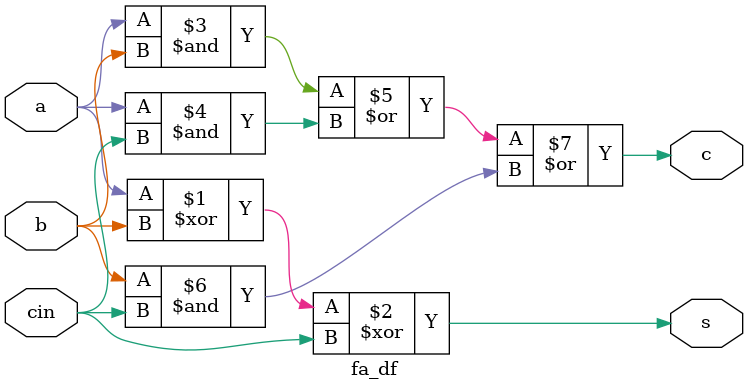
<source format=v>
module fa_df(s, c, a, b, cin);
    input a, b, cin;
    output s, c;
    assign s = a ^ b ^ cin;
    assign c = a&b | a&cin | b&cin;
endmodule
</source>
